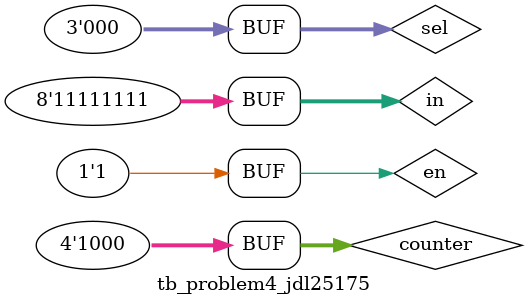
<source format=v>

`timescale 1ns/1ns 

module tb_problem4_jdl25175();
    reg en;
    reg [2:0] sel;
    reg [7:0] in;
    reg [3:0] counter;
    wire p4_out;

    mux8to1_delay_jdl25175 mod2(en, sel, in, p4_out);

    initial begin
        en = 1'b1;
        in = 8'b10101010;
        for(counter = 4'b0000; counter < 4'b1000; counter = counter + 4'b0001) begin
            sel = counter;
            #50;
        end

        //This tests the time delay of switching mux_in and enable pins
        sel = 3'b000;
        #50;
        in = 8'b00000000;
        #50;
        in = 8'b11111111;
        #50;
        en = 1'b0;
        #50;
        en = 1'b1;
        #50;
    end

endmodule

</source>
